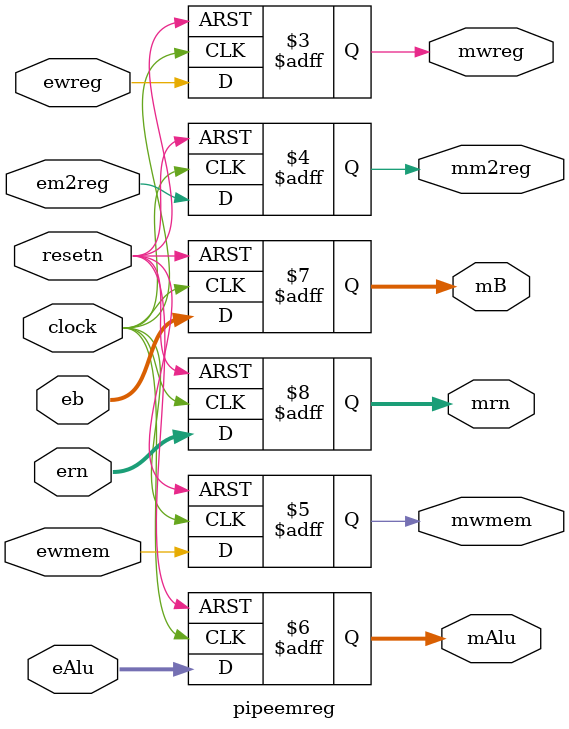
<source format=v>
module pipeemreg( ewreg,em2reg,ewmem,eAlu,eb,ern,clock,resetn,
							mwreg,mm2reg,mwmem,mAlu,mB,mrn); // EXE/MEM 流水线寄存器
	input ewreg,em2reg,ewmem,clock,resetn;
	input [31:0] eAlu,eb;
	input [4:0] ern;
	
	output reg mwreg,mm2reg,mwmem;
	output reg [31:0] mAlu,mB;
	output reg [4:0] mrn;
	
	always @(negedge resetn or posedge clock)
		if(resetn==0)
			begin
				mwreg<=0;
				mm2reg<=0;
				mwmem<=0;
				mAlu<=0;
				mB<=0;
				mrn<=0;
			end
		else
			begin
				mwreg<=ewreg;
				mm2reg<=em2reg;
				mwmem<=ewmem;
				mAlu<=eAlu;
				mB<=eb;
				mrn<=ern;
			end
endmodule
</source>
